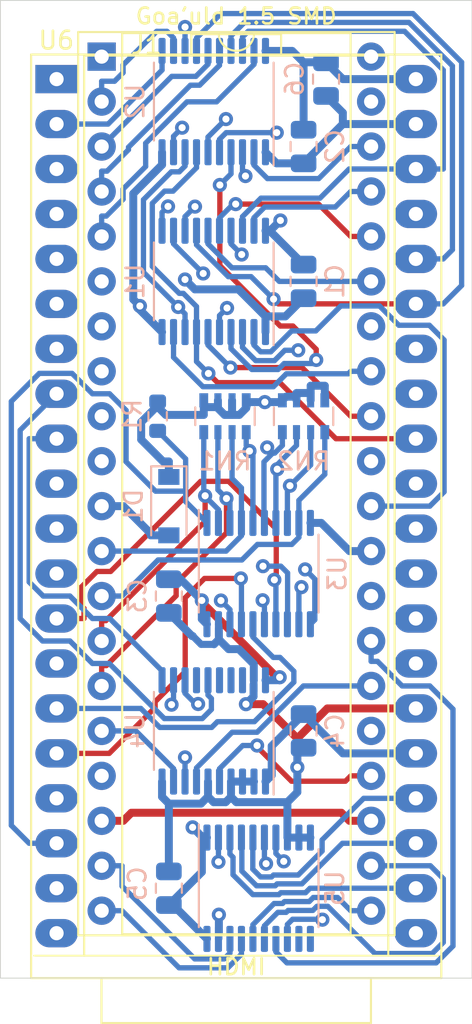
<source format=kicad_pcb>
(kicad_pcb (version 20211014) (generator pcbnew)
  (title_block (title "MSX-IDE 2021") (date "2021-08-05") (company "MSXmakers"))
  (layers (0 "F.Cu" signal "Top") (1 "In1.Cu" signal) (2 "In2.Cu" signal) (31 "B.Cu" signal "Bottom") (34 "B.Paste" user) (35 "F.Paste" user) (36 "B.SilkS" user "B.Silkscreen") (37 "F.SilkS" user "F.Silkscreen") (38 "B.Mask" user) (39 "F.Mask" user) (44 "Edge.Cuts" user))
  (net 0 "")
  (net 1 "VCC_3V3")
  (net 2 "GND")
  (net 3 "VCC_5V")
  (net 6 "MP0_33")
  (net 7 "A0")
  (net 8 "MP1_33")
  (net 9 "MP2_33")
  (net 10 "MP3_33")
  (net 11 "MERQ")
  (net 12 "IORQ")
  (net 13 "RD")
  (net 14 "WR")
  (net 15 "RESET")
  (net 16 "CLOCK")
  (net 17 "D0")
  (net 18 "D1")
  (net 19 "D2")
  (net 20 "D3")
  (net 21 "D4")
  (net 22 "D5")
  (net 23 "D6")
  (net 24 "D7")
  (net 25 "A1")
  (net 26 "A2")
  (net 27 "A3")
  (net 28 "A4")
  (net 29 "A5")
  (net 30 "A6")
  (net 31 "A7")
  (net 32 "A9")
  (net 33 "A15")
  (net 34 "A11")
  (net 35 "A10")
  (net 36 "A12")
  (net 37 "A8")
  (net 38 "A14")
  (net 39 "A13")
  (net 40 "DATADIR_33")
  (net 41 "M1")
  (net 42 "RFSH")
  (net 43 "MSEL0_33")
  (net 44 "MP4_33")
  (net 45 "MP5_33")
  (net 46 "MP6_33")
  (net 47 "WAIT")
  (net 48 "INT")
  (net 49 "MP7_33")
  (net 50 "MSEL1_33")
  (net 53 "WAIT_33")
  (net 55 "INT_33")
  (net 56 "RFSH_33")
  (net 57 "M1_33")
  (net 59 "VCC_4V7")
  (net 61 "CLOCK_33")
  (net 62 "RESET_33")
  (net 63 "WR_33")
  (net 64 "RD_33")
  (net 65 "IORQ_33")
  (net 66 "MERQ_33")
  (net 68 "D7_33")
  (net 69 "D6_33")
  (net 70 "D5_33")
  (net 71 "D4_33")
  (net 72 "D3_33")
  (net 73 "D2_33")
  (net 74 "D1_33")
  (net 75 "D0_33")
  (footprint "Mis_huellas:Tang_Nano_20k" (layer "F.Cu") (at 137.16 77.47)
    (fp_text reference "U6")
    (fp_text value "Tang_Nano_20k")
  )
  (footprint "Package_DIP:DIP-40_W15.24mm_Socket" (layer "F.Cu") (at 139.71 76.2)
    (fp_text reference "J1")
    (fp_text value "Z80CPU")
  )
  (footprint "Package_SO:TSSOP-20_4.4x6.5mm_P0.65mm" (layer "B.Cu") (at 146.05 88.9 90)
    (fp_text reference "U1")
    (fp_text value "74HC373PW")
  )
  (footprint "Package_SO:TSSOP-20_4.4x6.5mm_P0.65mm" (layer "B.Cu") (at 148.59 123.19 -90)
    (fp_text reference "U5")
    (fp_text value "SN74HC245PWR")
  )
  (footprint "Package_SO:TSSOP-20_4.4x6.5mm_P0.65mm" (layer "B.Cu") (at 148.59 105.41 -90)
    (fp_text reference "U3")
    (fp_text value "SN74LVC245APWR")
  )
  (footprint "Capacitor_SMD:C_0805_2012Metric" (layer "B.Cu") (at 151.13 114.3 -90)
    (fp_text reference "C4")
    (fp_text value "100n")
  )
  (footprint "Package_SO:TSSOP-20_4.4x6.5mm_P0.65mm" (layer "B.Cu") (at 146.05 114.3 90)
    (fp_text reference "U4")
    (fp_text value "SN74LVC245APWR")
  )
  (footprint "Capacitor_SMD:C_0805_2012Metric" (layer "B.Cu") (at 152.4 77.47 -90)
    (fp_text reference "C6")
    (fp_text value "100n")
  )
  (footprint "Resistor_SMD:R_Array_Convex_4x0603" (layer "B.Cu") (at 146.685 96.52 -90)
    (fp_text reference "RN1")
    (fp_text value "R_Pack04")
  )
  (footprint "Diode_SMD:D_SOD-123" (layer "B.Cu") (at 143.51 101.6 -90)
    (fp_text reference "D1")
    (fp_text value "MBR130T1G")
  )
  (footprint "Resistor_SMD:R_Array_Convex_4x0603" (layer "B.Cu") (at 151.13 96.52 -90)
    (fp_text reference "RN2")
    (fp_text value "R_Pack04")
  )
  (footprint "Capacitor_SMD:C_0805_2012Metric" (layer "B.Cu") (at 143.51 123.19 90)
    (fp_text reference "C5")
    (fp_text value "100n")
  )
  (footprint "Capacitor_SMD:C_0805_2012Metric" (layer "B.Cu") (at 143.51 106.68 -90)
    (fp_text reference "C3")
    (fp_text value "100n")
  )
  (footprint "Capacitor_SMD:C_0805_2012Metric" (layer "B.Cu") (at 151.13 88.9 -90)
    (fp_text reference "C1")
    (fp_text value "100n")
  )
  (footprint "Capacitor_SMD:C_0805_2012Metric" (layer "B.Cu") (at 151.13 81.28 -90)
    (fp_text reference "C2")
    (fp_text value "100n")
  )
  (footprint "Package_SO:TSSOP-20_4.4x6.5mm_P0.65mm" (layer "B.Cu") (at 146.05 78.74 90)
    (fp_text reference "U2")
    (fp_text value "74HC373PW")
  )
  (footprint "Resistor_SMD:R_0603_1608Metric" (layer "B.Cu") (at 142.875 96.52 -90)
    (fp_text reference "R1")
    (fp_text value "10K")
  )
  (gr_rect (start 133.985 73.025) (end 160.655 128.27) (layer "Edge.Cuts") (width 0.05) (fill none))
  (gr_text "Goa'uld 1.5 SMD" (at 147.32 73.914) (layer "F.SilkS") (effects (font (size 0.9 0.9))))
  (gr_text "HDMI" (at 147.32 127.635) (layer "F.SilkS") (effects (font (size 0.9 0.9))))
  (segment (start 145.3736 107.0244) (end 149.618 111.2688) (width 0.45) (layer "F.Cu") (net 1))
  (segment (start 149.618 111.2688) (end 149.7773 111.2688) (width 0.45) (layer "F.Cu") (net 1))
  (segment (start 145.3736 106.9286) (end 145.3736 107.0244) (width 0.45) (layer "F.Cu") (net 1))
  (via (at 145.3736 106.9286) (size 0.8) (drill 0.4) (layers "F.Cu" "B.Cu") (net 1))
  (via (at 149.7773 111.2688) (size 0.8) (drill 0.4) (layers "F.Cu" "B.Cu") (net 1))
  (segment (start 143.51 105.73) (end 144.175 105.73) (width 0.45) (layer "B.Cu") (net 1))
  (segment (start 157.48 115.57) (end 153.35 115.57) (width 0.45) (layer "B.Cu") (net 1))
  (segment (start 148.975 117.1625) (end 148.9751 117.1625) (width 0.45) (layer "B.Cu") (net 1))
  (segment (start 145.3736 107.9811) (end 145.3736 106.9286) (width 0.45) (layer "B.Cu") (net 1))
  (segment (start 149.326 115.154) (end 151.13 113.35) (width 0.45) (layer "B.Cu") (net 1))
  (segment (start 144.175 105.73) (end 145.3736 106.9286) (width 0.45) (layer "B.Cu") (net 1))
  (segment (start 148.9751 117.1625) (end 149.326 116.8116) (width 0.45) (layer "B.Cu") (net 1))
  (segment (start 149.326 116.8116) (end 149.326 115.154) (width 0.45) (layer "B.Cu") (net 1))
  (segment (start 153.35 115.57) (end 151.13 113.35) (width 0.45) (layer "B.Cu") (net 1))
  (segment (start 149.7773 111.2688) (end 149.6086 111.4375) (width 0.45) (layer "B.Cu") (net 1))
  (segment (start 145.665 108.2725) (end 145.3736 107.9811) (width 0.45) (layer "B.Cu") (net 1))
  (segment (start 149.6086 111.4375) (end 148.975 111.4375) (width 0.45) (layer "B.Cu") (net 1))
  (segment (start 147.8694 112.7898) (end 147.8694 112.7897) (width 0.45) (layer "F.Cu") (net 2))
  (segment (start 152.4732 113.03) (end 150.7774 114.7258) (width 0.45) (layer "F.Cu") (net 2))
  (segment (start 150.7774 114.7258) (end 148.8414 112.7898) (width 0.45) (layer "F.Cu") (net 2))
  (segment (start 157.48 113.03) (end 152.4732 113.03) (width 0.45) (layer "F.Cu") (net 2))
  (segment (start 150.7774 114.7258) (end 150.7774 116.3534) (width 0.45) (layer "F.Cu") (net 2))
  (segment (start 148.8414 112.7898) (end 147.8694 112.7898) (width 0.45) (layer "F.Cu") (net 2))
  (via (at 150.7774 116.3534) (size 0.8) (drill 0.4) (layers "F.Cu" "B.Cu") (net 2))
  (via (at 141.8727 90.291) (size 0.8) (drill 0.4) (layers "F.Cu" "B.Cu") (net 2))
  (via (at 144.4236 88.793) (size 0.8) (drill 0.4) (layers "F.Cu" "B.Cu") (net 2))
  (via (at 146.3394 124.6849) (size 0.8) (drill 0.4) (layers "F.Cu" "B.Cu") (net 2))
  (via (at 147.8694 112.7897) (size 0.8) (drill 0.4) (layers "F.Cu" "B.Cu") (net 2))
  (segment (start 147.3226 118.3261) (end 150.215 118.3261) (width 0.45) (layer "B.Cu") (net 2))
  (segment (start 150.865 120.3275) (end 150.215 120.3275) (width 0.45) (layer "B.Cu") (net 2))
  (segment (start 157.48 80.01) (end 153.35 80.01) (width 0.45) (layer "B.Cu") (net 2))
  (segment (start 145.3281 118.4104) (end 145.725 118.0135) (width 0.45) (layer "B.Cu") (net 2))
  (segment (start 148.3006 111.6823) (end 148.3006 112.3585) (width 0.45) (layer "B.Cu") (net 2))
  (segment (start 153.35 80.01) (end 151.13 82.23) (width 0.45) (layer "B.Cu") (net 2))
  (segment (start 148.3006 111.4619) (end 148.3128 111.4497) (width 0.4006) (layer "B.Cu") (net 2))
  (segment (start 145.3348 109.4108) (end 146.0597 109.4108) (width 0.4006) (layer "B.Cu") (net 2))
  (segment (start 143.125 81.6025) (end 143.125 82.3124) (width 0.45) (layer "B.Cu") (net 2))
  (segment (start 141.8727 90.5102) (end 143.125 91.7625) (width 0.45) (layer "B.Cu") (net 2))
  (segment (start 141.8727 90.291) (end 141.8727 90.5102) (width 0.45) (layer "B.Cu") (net 2))
  (segment (start 151.13 115.25) (end 150.7774 115.6026) (width 0.45) (layer "B.Cu") (net 2))
  (segment (start 147.025 118.0285) (end 147.3226 118.3261) (width 0.45) (layer "B.Cu") (net 2))
  (segment (start 148.3006 112.3585) (end 147.8694 112.7897) (width 0.45) (layer "B.Cu") (net 2))
  (segment (start 150.7774 115.6026) (end 150.7774 116.3534) (width 0.45) (layer "B.Cu") (net 2))
  (segment (start 148.3128 111.4497) (end 148.3128 111.4375) (width 0.45) (layer "B.Cu") (net 2))
  (segment (start 150.1019 90.8781) (end 148.975 90.8781) (width 0.45) (layer "B.Cu") (net 2))
  (segment (start 146.0597 109.4108) (end 146.0652 109.4053) (width 0.4006) (layer "B.Cu") (net 2))
  (segment (start 143.125 118.0254) (end 143.51 118.4104) (width 0.45) (layer "B.Cu") (net 2))
  (segment (start 154.95 104.14) (end 153.7249 104.14) (width 0.45) (layer "B.Cu") (net 2))
  (segment (start 141.4987 89.917) (end 141.8727 90.291) (width 0.45) (layer "B.Cu") (net 2))
  (segment (start 146.3394 108.5173) (end 146.3394 109.1311) (width 0.45) (layer "B.Cu") (net 2))
  (segment (start 152.4 78.42) (end 153.35 79.37) (width 0.45) (layer "B.Cu") (net 2))
  (segment (start 143.51 118.4104) (end 143.51 122.24) (width 0.45) (layer "B.Cu") (net 2))
  (segment (start 153.35 79.37) (end 153.35 80.01) (width 0.45) (layer "B.Cu") (net 2))
  (segment (start 146.3394 108.2969) (end 146.315 108.2725) (width 0.4006) (layer "B.Cu") (net 2))
  (segment (start 144.8634 108.9394) (end 145.3348 109.4108) (width 0.4006) (layer "B.Cu") (net 2))
  (segment (start 145.725 118.0135) (end 146.0392 118.3277) (width 0.45) (layer "B.Cu") (net 2))
  (segment (start 150.215 120.3275) (end 150.215 118.3261) (width 0.45) (layer "B.Cu") (net 2))
  (segment (start 149.6025 82.23) (end 151.13 82.23) (width 0.45) (layer "B.Cu") (net 2))
  (segment (start 147.675 117.1625) (end 148.325 117.1625) (width 0.45) (layer "B.Cu") (net 2))
  (segment (start 147.025 117.1625) (end 147.675 117.1625) (width 0.45) (layer "B.Cu") (net 2))
  (segment (start 145.725 118.0135) (end 145.725 117.1625) (width 0.45) (layer "B.Cu") (net 2))
  (segment (start 148.3006 111.6823) (end 148.3006 111.4619) (width 0.4006) (layer "B.Cu") (net 2))
  (segment (start 148.975 90.8781) (end 148.975 91.7625) (width 0.45) (layer "B.Cu") (net 2))
  (segment (start 148.3128 111.4375) (end 148.325 111.4375) (width 0.4006) (layer "B.Cu") (net 2))
  (segment (start 144.4236 88.793) (end 144.9816 89.351) (width 0.45) (layer "B.Cu") (net 2))
  (segment (start 141.4987 83.9387) (end 141.4987 89.917) (width 0.45) (layer "B.Cu") (net 2))
  (segment (start 146.3394 108.5173) (end 146.3394 108.2969) (width 0.4006) (layer "B.Cu") (net 2))
  (segment (start 146.3394 109.1311) (end 146.0652 109.4053) (width 0.45) (layer "B.Cu") (net 2))
  (segment (start 146.3394 125.8077) (end 146.3394 124.6849) (width 0.45) (layer "B.Cu") (net 2))
  (segment (start 152.1324 102.5475) (end 151.515 102.5475) (width 0.45) (layer "B.Cu") (net 2))
  (segment (start 151.13 89.85) (end 150.1019 90.8781) (width 0.45) (layer "B.Cu") (net 2))
  (segment (start 148.975 81.6025) (end 149.6025 82.23) (width 0.45) (layer "B.Cu") (net 2))
  (segment (start 147.025 118.0285) (end 147.025 117.1625) (width 0.45) (layer "B.Cu") (net 2))
  (segment (start 147.4668 109.6795) (end 146.8878 109.6795) (width 0.45) (layer "B.Cu") (net 2))
  (segment (start 143.51 118.4104) (end 145.3281 118.4104) (width 0.45) (layer "B.Cu") (net 2))
  (segment (start 146.3394 126.0281) (end 146.315 126.0525) (width 0.4006) (layer "B.Cu") (net 2))
  (segment (start 150.7774 117.7637) (end 150.7774 116.3534) (width 0.45) (layer "B.Cu") (net 2))
  (segment (start 148.3128 110.5255) (end 147.4668 109.6795) (width 0.45) (layer "B.Cu") (net 2))
  (segment (start 146.7258 118.3277) (end 147.025 118.0285) (width 0.45) (layer "B.Cu") (net 2))
  (segment (start 153.7249 104.14) (end 152.1324 102.5475) (width 0.45) (layer "B.Cu") (net 2))
  (segment (start 147.4479 89.351) (end 148.975 90.8781) (width 0.45) (layer "B.Cu") (net 2))
  (segment (start 150.215 118.3261) (end 150.7774 117.7637) (width 0.45) (layer "B.Cu") (net 2))
  (segment (start 148.3128 111.4375) (end 148.3128 110.5255) (width 0.45) (layer "B.Cu") (net 2))
  (segment (start 143.51 107.63) (end 144.8194 108.9394) (width 0.45) (layer "B.Cu") (net 2))
  (segment (start 144.9816 89.351) (end 147.4479 89.351) (width 0.45) (layer "B.Cu") (net 2))
  (segment (start 146.0392 118.3277) (end 146.7258 118.3277) (width 0.45) (layer "B.Cu") (net 2))
  (segment (start 146.3394 125.8077) (end 146.3394 126.0281) (width 0.4006) (layer "B.Cu") (net 2))
  (segment (start 143.125 82.3124) (end 141.4987 83.9387) (width 0.45) (layer "B.Cu") (net 2))
  (segment (start 151.515 120.3275) (end 150.865 120.3275) (width 0.45) (layer "B.Cu") (net 2))
  (segment (start 144.8194 108.9394) (end 144.8634 108.9394) (width 0.45) (layer "B.Cu") (net 2))
  (segment (start 146.8878 109.6795) (end 146.3394 109.1311) (width 0.45) (layer "B.Cu") (net 2))
  (segment (start 143.125 117.1625) (end 143.125 118.0254) (width 0.45) (layer "B.Cu") (net 2))
  (segment (start 141.3903 118.9248) (end 140.9351 119.38) (width 0.45) (layer "F.Cu") (net 3))
  (segment (start 153.2697 118.9248) (end 141.3903 118.9248) (width 0.45) (layer "F.Cu") (net 3))
  (segment (start 153.7249 119.38) (end 153.2697 118.9248) (width 0.45) (layer "F.Cu") (net 3))
  (segment (start 154.95 119.38) (end 153.7249 119.38) (width 0.45) (layer "F.Cu") (net 3))
  (segment (start 139.71 119.38) (end 140.9351 119.38) (width 0.45) (layer "F.Cu") (net 3))
  (segment (start 142.4849 103.1498) (end 142.4849 103.25) (width 0.45) (layer "B.Cu") (net 3))
  (segment (start 143.51 103.25) (end 142.4849 103.25) (width 0.45) (layer "B.Cu") (net 3))
  (segment (start 139.71 101.6) (end 140.9351 101.6) (width 0.45) (layer "B.Cu") (net 3))
  (segment (start 140.9351 101.6) (end 142.4849 103.1498) (width 0.45) (layer "B.Cu") (net 3))
  (via (at 150.827 92.7916) (size 0.8) (drill 0.4) (layers "F.Cu" "B.Cu") (net 6))
  (via (at 147.8423 82.9474) (size 0.8) (drill 0.4) (layers "F.Cu" "B.Cu") (net 6))
  (segment (start 148.4237 93.3789) (end 149.4827 93.3789) (width 0.3) (layer "B.Cu") (net 6))
  (segment (start 147.675 92.6302) (end 148.4237 93.3789) (width 0.3) (layer "B.Cu") (net 6))
  (segment (start 147.675 81.6025) (end 147.675 82.7801) (width 0.3) (layer "B.Cu") (net 6))
  (segment (start 147.675 82.7801) (end 147.8423 82.9474) (width 0.3) (layer "B.Cu") (net 6))
  (segment (start 147.675 91.7625) (end 147.675 92.6302) (width 0.3) (layer "B.Cu") (net 6))
  (segment (start 149.4827 93.3789) (end 150.07 92.7916) (width 0.3) (layer "B.Cu") (net 6))
  (segment (start 150.07 92.7916) (end 150.827 92.7916) (width 0.3) (layer "B.Cu") (net 6))
  (segment (start 158.2443 91.3786) (end 159.0758 92.2101) (width 0.3) (layer "B.Cu") (net 7))
  (segment (start 151.8221 91.6974) (end 153.232 90.2875) (width 0.3) (layer "B.Cu") (net 7))
  (segment (start 153.232 90.2875) (end 155.4241 90.2875) (width 0.3) (layer "B.Cu") (net 7))
  (segment (start 159.0758 92.2101) (end 159.0758 100.7942) (width 0.3) (layer "B.Cu") (net 7))
  (segment (start 155.4241 90.2875) (end 156.5152 91.3786) (width 0.3) (layer "B.Cu") (net 7))
  (segment (start 156.5152 91.3786) (end 158.2443 91.3786) (width 0.3) (layer "B.Cu") (net 7))
  (segment (start 149.2755 92.8788) (end 150.4569 91.6974) (width 0.3) (layer "B.Cu") (net 7))
  (segment (start 150.4569 91.6974) (end 151.8221 91.6974) (width 0.3) (layer "B.Cu") (net 7))
  (segment (start 159.0758 100.7942) (end 158.27 101.6) (width 0.3) (layer "B.Cu") (net 7))
  (segment (start 148.325 91.7625) (end 148.325 92.503) (width 0.3) (layer "B.Cu") (net 7))
  (segment (start 148.7008 92.8788) (end 149.2755 92.8788) (width 0.3) (layer "B.Cu") (net 7))
  (segment (start 148.325 92.503) (end 148.7008 92.8788) (width 0.3) (layer "B.Cu") (net 7))
  (segment (start 158.27 101.6) (end 154.95 101.6) (width 0.3) (layer "B.Cu") (net 7))
  (segment (start 149.8107 91.4215) (end 150.5282 91.4215) (width 0.3) (layer "F.Cu") (net 8))
  (segment (start 151.8447 92.738) (end 151.8447 93.3366) (width 0.3) (layer "F.Cu") (net 8))
  (segment (start 146.3943 83.4533) (end 146.3943 88.0051) (width 0.3) (layer "F.Cu") (net 8))
  (segment (start 150.5282 91.4215) (end 151.8447 92.738) (width 0.3) (layer "F.Cu") (net 8))
  (segment (start 146.3943 88.0051) (end 149.8107 91.4215) (width 0.3) (layer "F.Cu") (net 8))
  (via (at 151.8447 93.3366) (size 0.8) (drill 0.4) (layers "F.Cu" "B.Cu") (net 8))
  (via (at 146.3943 83.4533) (size 0.8) (drill 0.4) (layers "F.Cu" "B.Cu") (net 8))
  (segment (start 147.025 91.7625) (end 147.025 92.7017) (width 0.3) (layer "B.Cu") (net 8))
  (segment (start 150.0271 93.5417) (end 151.6396 93.5417) (width 0.3) (layer "B.Cu") (net 8))
  (segment (start 149.6898 93.879) (end 150.0271 93.5417) (width 0.3) (layer "B.Cu") (net 8))
  (segment (start 148.2023 93.879) (end 149.6898 93.879) (width 0.3) (layer "B.Cu") (net 8))
  (segment (start 147.025 82.8226) (end 146.3943 83.4533) (width 0.3) (layer "B.Cu") (net 8))
  (segment (start 151.6396 93.5417) (end 151.8447 93.3366) (width 0.3) (layer "B.Cu") (net 8))
  (segment (start 147.025 92.7017) (end 148.2023 93.879) (width 0.3) (layer "B.Cu") (net 8))
  (segment (start 147.025 81.6025) (end 147.025 82.8226) (width 0.3) (layer "B.Cu") (net 8))
  (segment (start 145.7482 94.1022) (end 146.2669 94.6209) (width 0.3) (layer "F.Cu") (net 9))
  (segment (start 149.7898 94.6209) (end 152.9589 97.79) (width 0.3) (layer "F.Cu") (net 9))
  (segment (start 146.2669 94.6209) (end 149.7898 94.6209) (width 0.3) (layer "F.Cu") (net 9))
  (segment (start 152.9589 97.79) (end 157.48 97.79) (width 0.3) (layer "F.Cu") (net 9))
  (via (at 145.7482 94.1022) (size 0.8) (drill 0.4) (layers "F.Cu" "B.Cu") (net 9))
  (segment (start 145.075 82.4764) (end 143.7511 83.8003) (width 0.3) (layer "B.Cu") (net 9))
  (segment (start 145.075 90.3222) (end 145.075 91.7625) (width 0.3) (layer "B.Cu") (net 9))
  (segment (start 142.5739 88.053) (end 144.0973 89.5764) (width 0.3) (layer "B.Cu") (net 9))
  (segment (start 143.2647 83.8003) (end 142.5739 84.4911) (width 0.3) (layer "B.Cu") (net 9))
  (segment (start 142.5739 84.4911) (end 142.5739 88.053) (width 0.3) (layer "B.Cu") (net 9))
  (segment (start 144.3292 89.5764) (end 145.075 90.3222) (width 0.3) (layer "B.Cu") (net 9))
  (segment (start 145.075 91.7625) (end 145.075 93.429) (width 0.3) (layer "B.Cu") (net 9))
  (segment (start 144.0973 89.5764) (end 144.3292 89.5764) (width 0.3) (layer "B.Cu") (net 9))
  (segment (start 145.075 81.6025) (end 145.075 82.4764) (width 0.3) (layer "B.Cu") (net 9))
  (segment (start 143.7511 83.8003) (end 143.2647 83.8003) (width 0.3) (layer "B.Cu") (net 9))
  (segment (start 145.075 93.429) (end 145.7482 94.1022) (width 0.3) (layer "B.Cu") (net 9))
  (via (at 144.0371 90.3451) (size 0.8) (drill 0.4) (layers "F.Cu" "B.Cu") (net 10))
  (segment (start 144.425 90.733) (end 144.425 91.7625) (width 0.3) (layer "B.Cu") (net 10))
  (segment (start 143.6487 82.7091) (end 142.0738 84.284) (width 0.3) (layer "B.Cu") (net 10))
  (segment (start 142.0738 88.3818) (end 144.0371 90.3451) (width 0.3) (layer "B.Cu") (net 10))
  (segment (start 142.0738 84.284) (end 142.0738 88.3818) (width 0.3) (layer "B.Cu") (net 10))
  (segment (start 144.425 82.3847) (end 144.1006 82.7091) (width 0.3) (layer "B.Cu") (net 10))
  (segment (start 144.1006 82.7091) (end 143.6487 82.7091) (width 0.3) (layer "B.Cu") (net 10))
  (segment (start 144.0371 90.3451) (end 144.425 90.733) (width 0.3) (layer "B.Cu") (net 10))
  (segment (start 144.425 81.6025) (end 144.425 82.3847) (width 0.3) (layer "B.Cu") (net 10))
  (segment (start 139.71 121.92) (end 140.8601 121.92) (width 0.3) (layer "B.Cu") (net 11))
  (segment (start 140.8601 123.0701) (end 140.8601 121.92) (width 0.3) (layer "B.Cu") (net 11))
  (segment (start 146.965 126.8556) (end 146.6378 127.1828) (width 0.3) (layer "B.Cu") (net 11))
  (segment (start 146.965 126.0525) (end 146.965 126.8556) (width 0.3) (layer "B.Cu") (net 11))
  (segment (start 144.9728 127.1828) (end 140.8601 123.0701) (width 0.3) (layer "B.Cu") (net 11))
  (segment (start 146.6378 127.1828) (end 144.9728 127.1828) (width 0.3) (layer "B.Cu") (net 11))
  (segment (start 147.615 126.0525) (end 147.615 126.9174) (width 0.3) (layer "B.Cu") (net 12))
  (segment (start 139.71 124.46) (end 140.8601 124.46) (width 0.3) (layer "B.Cu") (net 12))
  (segment (start 147.615 126.9174) (end 146.845 127.6874) (width 0.3) (layer "B.Cu") (net 12))
  (segment (start 144.0875 127.6874) (end 140.8601 124.46) (width 0.3) (layer "B.Cu") (net 12))
  (segment (start 146.845 127.6874) (end 144.0875 127.6874) (width 0.3) (layer "B.Cu") (net 12))
  (segment (start 151.6791 123.7125) (end 153.0524 123.7125) (width 0.3) (layer "B.Cu") (net 13))
  (segment (start 150.0487 123.9434) (end 151.4482 123.9434) (width 0.3) (layer "B.Cu") (net 13))
  (segment (start 153.0524 123.7125) (end 153.7999 124.46) (width 0.3) (layer "B.Cu") (net 13))
  (segment (start 148.265 126.0525) (end 148.265 125.2486) (width 0.3) (layer "B.Cu") (net 13))
  (segment (start 151.4482 123.9434) (end 151.6791 123.7125) (width 0.3) (layer "B.Cu") (net 13))
  (segment (start 149.9399 124.0522) (end 150.0487 123.9434) (width 0.3) (layer "B.Cu") (net 13))
  (segment (start 154.95 124.46) (end 153.7999 124.46) (width 0.3) (layer "B.Cu") (net 13))
  (segment (start 148.265 125.2486) (end 149.4614 124.0522) (width 0.3) (layer "B.Cu") (net 13))
  (segment (start 149.4614 124.0522) (end 149.9399 124.0522) (width 0.3) (layer "B.Cu") (net 13))
  (segment (start 158.3026 121.92) (end 154.95 121.92) (width 0.3) (layer "B.Cu") (net 14))
  (segment (start 159.0325 126.2505) (end 159.0325 122.6499) (width 0.3) (layer "B.Cu") (net 14))
  (segment (start 148.915 125.3141) (end 149.6768 124.5523) (width 0.3) (layer "B.Cu") (net 14))
  (segment (start 150.147 124.5523) (end 150.2558 124.4435) (width 0.3) (layer "B.Cu") (net 14))
  (segment (start 151.6553 124.4435) (end 151.8862 124.2126) (width 0.3) (layer "B.Cu") (net 14))
  (segment (start 149.6768 124.5523) (end 150.147 124.5523) (width 0.3) (layer "B.Cu") (net 14))
  (segment (start 155.1693 126.8806) (end 158.4024 126.8806) (width 0.3) (layer "B.Cu") (net 14))
  (segment (start 148.915 126.0525) (end 148.915 125.3141) (width 0.3) (layer "B.Cu") (net 14))
  (segment (start 159.0325 122.6499) (end 158.3026 121.92) (width 0.3) (layer "B.Cu") (net 14))
  (segment (start 151.8862 124.2126) (end 152.5013 124.2126) (width 0.3) (layer "B.Cu") (net 14))
  (segment (start 158.4024 126.8806) (end 159.0325 126.2505) (width 0.3) (layer "B.Cu") (net 14))
  (segment (start 152.5013 124.2126) (end 155.1693 126.8806) (width 0.3) (layer "B.Cu") (net 14))
  (segment (start 150.2558 124.4435) (end 151.6553 124.4435) (width 0.3) (layer "B.Cu") (net 14))
  (segment (start 154.95 111.76) (end 153.7999 111.76) (width 0.3) (layer "B.Cu") (net 15))
  (segment (start 145.075 116.3905) (end 145.075 117.1625) (width 0.3) (layer "B.Cu") (net 15))
  (segment (start 151.1188 111.76) (end 148.5034 114.3754) (width 0.3) (layer "B.Cu") (net 15))
  (segment (start 147.0901 114.3754) (end 145.075 116.3905) (width 0.3) (layer "B.Cu") (net 15))
  (segment (start 153.7999 111.76) (end 151.1188 111.76) (width 0.3) (layer "B.Cu") (net 15))
  (segment (start 148.5034 114.3754) (end 147.0901 114.3754) (width 0.3) (layer "B.Cu") (net 15))
  (via (at 144.425 115.7973) (size 0.8) (drill 0.4) (layers "F.Cu" "B.Cu") (net 16))
  (segment (start 144.425 117.1625) (end 144.425 115.7973) (width 0.3) (layer "B.Cu") (net 16))
  (segment (start 145.5619 101.0142) (end 145.5619 102.4563) (width 0.3) (layer "F.Cu") (net 17))
  (segment (start 145.5619 102.4563) (end 139.9483 108.0699) (width 0.3) (layer "F.Cu") (net 17))
  (segment (start 139.71 109.22) (end 139.71 108.0699) (width 0.3) (layer "F.Cu") (net 17))
  (segment (start 139.9483 108.0699) (end 139.71 108.0699) (width 0.3) (layer "F.Cu") (net 17))
  (via (at 145.5619 101.0142) (size 0.8) (drill 0.4) (layers "F.Cu" "B.Cu") (net 17))
  (segment (start 145.5619 101.0453) (end 145.5619 101.0142) (width 0.3) (layer "B.Cu") (net 17))
  (segment (start 145.485 100.9373) (end 145.485 97.42) (width 0.3) (layer "B.Cu") (net 17))
  (segment (start 145.5619 101.0142) (end 145.485 100.9373) (width 0.3) (layer "B.Cu") (net 17))
  (segment (start 146.315 101.7984) (end 145.5619 101.0453) (width 0.3) (layer "B.Cu") (net 17))
  (segment (start 146.315 102.5475) (end 146.315 101.7984) (width 0.3) (layer "B.Cu") (net 17))
  (segment (start 146.7684 101.1666) (end 146.7684 103.1102) (width 0.3) (layer "F.Cu") (net 18))
  (segment (start 139.9759 110.6099) (end 139.71 110.6099) (width 0.3) (layer "F.Cu") (net 18))
  (segment (start 143.9217 105.9569) (end 143.9217 106.6641) (width 0.3) (layer "F.Cu") (net 18))
  (segment (start 143.9217 106.6641) (end 139.9759 110.6099) (width 0.3) (layer "F.Cu") (net 18))
  (segment (start 146.7684 103.1102) (end 143.9217 105.9569) (width 0.3) (layer "F.Cu") (net 18))
  (segment (start 139.71 111.76) (end 139.71 110.6099) (width 0.3) (layer "F.Cu") (net 18))
  (via (at 146.7684 101.1666) (size 0.8) (drill 0.4) (layers "F.Cu" "B.Cu") (net 18))
  (segment (start 146.965 101.3632) (end 146.7684 101.1666) (width 0.3) (layer "B.Cu") (net 18))
  (segment (start 146.7684 101.1599) (end 146.285 100.6765) (width 0.3) (layer "B.Cu") (net 18))
  (segment (start 146.285 100.6765) (end 146.285 97.42) (width 0.3) (layer "B.Cu") (net 18))
  (segment (start 146.965 102.5475) (end 146.965 101.3632) (width 0.3) (layer "B.Cu") (net 18))
  (segment (start 146.7684 101.1666) (end 146.7684 101.1599) (width 0.3) (layer "B.Cu") (net 18))
  (segment (start 147.085 100.0376) (end 147.085 97.42) (width 0.3) (layer "B.Cu") (net 19))
  (segment (start 147.615 103.2748) (end 147.615 102.5475) (width 0.3) (layer "B.Cu") (net 19))
  (segment (start 147.615 100.5676) (end 147.085 100.0376) (width 0.3) (layer "B.Cu") (net 19))
  (segment (start 146.7498 104.14) (end 147.615 103.2748) (width 0.3) (layer "B.Cu") (net 19))
  (segment (start 147.615 102.5475) (end 147.615 100.5676) (width 0.3) (layer "B.Cu") (net 19))
  (segment (start 140.8601 104.14) (end 146.7498 104.14) (width 0.3) (layer "B.Cu") (net 19))
  (segment (start 139.71 104.14) (end 140.8601 104.14) (width 0.3) (layer "B.Cu") (net 19))
  (via (at 148.0698 98.4869) (size 0.8) (drill 0.4) (layers "F.Cu" "B.Cu") (net 20))
  (segment (start 148.0698 98.4869) (end 148.265 98.6821) (width 0.3) (layer "B.Cu") (net 20))
  (segment (start 147.885 98.1701) (end 148.0698 98.3549) (width 0.3) (layer "B.Cu") (net 20))
  (segment (start 148.0698 98.3549) (end 148.0698 98.4869) (width 0.3) (layer "B.Cu") (net 20))
  (segment (start 147.885 97.42) (end 147.885 98.1701) (width 0.3) (layer "B.Cu") (net 20))
  (segment (start 148.265 98.6821) (end 148.265 102.5475) (width 0.3) (layer "B.Cu") (net 20))
  (via (at 149.07 98.2843) (size 0.8) (drill 0.4) (layers "F.Cu" "B.Cu") (net 21))
  (segment (start 149.4993 98.6008) (end 149.3865 98.6008) (width 0.3) (layer "B.Cu") (net 21))
  (segment (start 149.3865 98.6008) (end 149.07 98.2843) (width 0.3) (layer "B.Cu") (net 21))
  (segment (start 148.8897 99.0976) (end 148.8897 102.5222) (width 0.3) (layer "B.Cu") (net 21))
  (segment (start 149.93 98.1701) (end 149.4993 98.6008) (width 0.3) (layer "B.Cu") (net 21))
  (segment (start 148.8897 102.5222) (end 148.915 102.5475) (width 0.3) (layer "B.Cu") (net 21))
  (segment (start 149.93 97.42) (end 149.93 98.1701) (width 0.3) (layer "B.Cu") (net 21))
  (segment (start 149.3865 98.6008) (end 148.8897 99.0976) (width 0.3) (layer "B.Cu") (net 21))
  (via (at 149.6398 99.5122) (size 0.8) (drill 0.4) (layers "F.Cu" "B.Cu") (net 22))
  (segment (start 150.73 97.42) (end 150.73 98.1701) (width 0.3) (layer "B.Cu") (net 22))
  (segment (start 150.73 98.1701) (end 149.6398 99.2603) (width 0.3) (layer "B.Cu") (net 22))
  (segment (start 149.565 99.587) (end 149.565 102.5475) (width 0.3) (layer "B.Cu") (net 22))
  (segment (start 149.6398 99.5122) (end 149.565 99.587) (width 0.3) (layer "B.Cu") (net 22))
  (segment (start 149.6398 99.2603) (end 149.6398 99.5122) (width 0.3) (layer "B.Cu") (net 22))
  (via (at 150.3589 100.4463) (size 0.8) (drill 0.4) (layers "F.Cu" "B.Cu") (net 23))
  (segment (start 150.215 102.5475) (end 150.215 100.5902) (width 0.3) (layer "B.Cu") (net 23))
  (segment (start 151.53 97.42) (end 151.53 99.2752) (width 0.3) (layer "B.Cu") (net 23))
  (segment (start 150.215 100.5902) (end 150.3589 100.4463) (width 0.3) (layer "B.Cu") (net 23))
  (segment (start 151.53 99.2752) (end 150.3589 100.4463) (width 0.3) (layer "B.Cu") (net 23))
  (segment (start 150.865 102.5475) (end 150.865 103.3636) (width 0.3) (layer "B.Cu") (net 24))
  (segment (start 152.33 97.42) (end 152.33 99.8063) (width 0.3) (layer "B.Cu") (net 24))
  (segment (start 148.5215 103.7619) (end 147.6432 104.6402) (width 0.3) (layer "B.Cu") (net 24))
  (segment (start 150.865 103.3636) (end 150.4667 103.7619) (width 0.3) (layer "B.Cu") (net 24))
  (segment (start 139.71 106.68) (end 140.8601 106.68) (width 0.3) (layer "B.Cu") (net 24))
  (segment (start 147.6432 104.6402) (end 142.8999 104.6402) (width 0.3) (layer "B.Cu") (net 24))
  (segment (start 150.4667 103.7619) (end 148.5215 103.7619) (width 0.3) (layer "B.Cu") (net 24))
  (segment (start 142.8999 104.6402) (end 140.8601 106.68) (width 0.3) (layer "B.Cu") (net 24))
  (segment (start 152.33 99.8063) (end 150.865 101.2713) (width 0.3) (layer "B.Cu") (net 24))
  (segment (start 150.865 101.2713) (end 150.865 102.5475) (width 0.3) (layer "B.Cu") (net 24))
  (via (at 146.8007 90.4038) (size 0.8) (drill 0.4) (layers "F.Cu" "B.Cu") (net 25))
  (segment (start 146.375 91.7625) (end 146.375 90.8295) (width 0.3) (layer "B.Cu") (net 25))
  (segment (start 146.375 90.8295) (end 146.8007 90.4038) (width 0.3) (layer "B.Cu") (net 25))
  (segment (start 146.9929 93.7707) (end 151.0506 93.7707) (width 0.3) (layer "F.Cu") (net 26))
  (segment (start 151.0506 93.7707) (end 153.7999 96.52) (width 0.3) (layer "F.Cu") (net 26))
  (segment (start 154.95 96.52) (end 153.7999 96.52) (width 0.3) (layer "F.Cu") (net 26))
  (via (at 146.9929 93.7707) (size 0.8) (drill 0.4) (layers "F.Cu" "B.Cu") (net 26))
  (segment (start 145.725 92.5028) (end 146.9929 93.7707) (width 0.3) (layer "B.Cu") (net 26))
  (segment (start 145.725 91.7625) (end 145.725 92.5028) (width 0.3) (layer "B.Cu") (net 26))
  (segment (start 143.775 93.1897) (end 145.4376 94.8523) (width 0.3) (layer "B.Cu") (net 27))
  (segment (start 154.95 93.98) (end 153.7999 93.98) (width 0.3) (layer "B.Cu") (net 27))
  (segment (start 153.6599 94.12) (end 153.7999 93.98) (width 0.3) (layer "B.Cu") (net 27))
  (segment (start 149.4239 94.8523) (end 150.1562 94.12) (width 0.3) (layer "B.Cu") (net 27))
  (segment (start 145.4376 94.8523) (end 149.4239 94.8523) (width 0.3) (layer "B.Cu") (net 27))
  (segment (start 150.1562 94.12) (end 153.6599 94.12) (width 0.3) (layer "B.Cu") (net 27))
  (segment (start 143.775 91.7625) (end 143.775 93.1897) (width 0.3) (layer "B.Cu") (net 27))
  (via (at 145.4515 88.4525) (size 0.8) (drill 0.4) (layers "F.Cu" "B.Cu") (net 28))
  (segment (start 143.775 86.0375) (end 143.775 86.776) (width 0.3) (layer "B.Cu") (net 28))
  (segment (start 143.775 86.776) (end 145.4515 88.4525) (width 0.3) (layer "B.Cu") (net 28))
  (segment (start 147.0781 88.1319) (end 145.725 86.7788) (width 0.3) (layer "B.Cu") (net 29))
  (segment (start 148.9865 88.1319) (end 147.0781 88.1319) (width 0.3) (layer "B.Cu") (net 29))
  (segment (start 154.95 88.9) (end 153.7999 88.9) (width 0.3) (layer "B.Cu") (net 29))
  (segment (start 145.725 86.7788) (end 145.725 86.0375) (width 0.3) (layer "B.Cu") (net 29))
  (segment (start 149.7546 88.9) (end 148.9865 88.1319) (width 0.3) (layer "B.Cu") (net 29))
  (segment (start 153.7999 88.9) (end 149.7546 88.9) (width 0.3) (layer "B.Cu") (net 29))
  (segment (start 147.2891 84.5328) (end 151.9727 84.5328) (width 0.3) (layer "F.Cu") (net 30))
  (segment (start 151.9727 84.5328) (end 153.7999 86.36) (width 0.3) (layer "F.Cu") (net 30))
  (segment (start 154.95 86.36) (end 153.7999 86.36) (width 0.3) (layer "F.Cu") (net 30))
  (via (at 147.2891 84.5328) (size 0.8) (drill 0.4) (layers "F.Cu" "B.Cu") (net 30))
  (segment (start 146.375 85.3084) (end 147.1506 84.5328) (width 0.3) (layer "B.Cu") (net 30))
  (segment (start 146.375 86.0375) (end 146.375 85.3084) (width 0.3) (layer "B.Cu") (net 30))
  (segment (start 147.1506 84.5328) (end 147.2891 84.5328) (width 0.3) (layer "B.Cu") (net 30))
  (segment (start 148.325 85.3026) (end 148.325 86.0375) (width 0.3) (layer "B.Cu") (net 31))
  (segment (start 154.95 83.82) (end 153.7999 83.82) (width 0.3) (layer "B.Cu") (net 31))
  (segment (start 152.9224 84.6975) (end 148.9301 84.6975) (width 0.3) (layer "B.Cu") (net 31))
  (segment (start 148.9301 84.6975) (end 148.325 85.3026) (width 0.3) (layer "B.Cu") (net 31))
  (segment (start 153.7999 83.82) (end 152.9224 84.6975) (width 0.3) (layer "B.Cu") (net 31))
  (via (at 149.6121 80.4966) (size 0.8) (drill 0.4) (layers "F.Cu" "B.Cu") (net 32))
  (segment (start 146.375 81.6025) (end 146.375 80.8725) (width 0.3) (layer "B.Cu") (net 32))
  (segment (start 146.375 80.8725) (end 146.7509 80.4966) (width 0.3) (layer "B.Cu") (net 32))
  (segment (start 146.7509 80.4966) (end 149.6121 80.4966) (width 0.3) (layer "B.Cu") (net 32))
  (segment (start 140.9236 83.6822) (end 140.9236 84.2592) (width 0.3) (layer "B.Cu") (net 33))
  (segment (start 146.2111 78.7541) (end 144.5346 78.7541) (width 0.3) (layer "B.Cu") (net 33))
  (segment (start 140.9236 84.2592) (end 139.9729 85.2099) (width 0.3) (layer "B.Cu") (net 33))
  (segment (start 139.9729 85.2099) (end 139.71 85.2099) (width 0.3) (layer "B.Cu") (net 33))
  (segment (start 144.5346 78.7541) (end 142.1988 81.0899) (width 0.3) (layer "B.Cu") (net 33))
  (segment (start 139.71 86.36) (end 139.71 85.2099) (width 0.3) (layer "B.Cu") (net 33))
  (segment (start 142.1988 81.0899) (end 142.1988 82.407) (width 0.3) (layer "B.Cu") (net 33))
  (segment (start 148.325 76.6402) (end 146.2111 78.7541) (width 0.3) (layer "B.Cu") (net 33))
  (segment (start 148.325 75.8775) (end 148.325 76.6402) (width 0.3) (layer "B.Cu") (net 33))
  (segment (start 142.1988 82.407) (end 140.9236 83.6822) (width 0.3) (layer "B.Cu") (net 33))
  (via (at 144.2603 80.2145) (size 0.8) (drill 0.4) (layers "F.Cu" "B.Cu") (net 34))
  (segment (start 143.775 80.6998) (end 144.2603 80.2145) (width 0.3) (layer "B.Cu") (net 34))
  (segment (start 143.775 81.6025) (end 143.775 80.6998) (width 0.3) (layer "B.Cu") (net 34))
  (via (at 146.7385 79.7284) (size 0.8) (drill 0.4) (layers "F.Cu" "B.Cu") (net 35))
  (segment (start 145.725 80.7419) (end 145.725 81.6025) (width 0.3) (layer "B.Cu") (net 35))
  (segment (start 146.7385 79.7284) (end 145.725 80.7419) (width 0.3) (layer "B.Cu") (net 35))
  (segment (start 140.9226 77.1065) (end 140.4392 77.5899) (width 0.3) (layer "B.Cu") (net 36))
  (segment (start 143.775 75.8775) (end 143.775 75.1415) (width 0.3) (layer "B.Cu") (net 36))
  (segment (start 143.775 75.1415) (end 143.4038 74.7703) (width 0.3) (layer "B.Cu") (net 36))
  (segment (start 139.71 78.74) (end 139.71 77.5899) (width 0.3) (layer "B.Cu") (net 36))
  (segment (start 140.9226 76.6704) (end 140.9226 77.1065) (width 0.3) (layer "B.Cu") (net 36))
  (segment (start 142.8227 74.7703) (end 140.9226 76.6704) (width 0.3) (layer "B.Cu") (net 36))
  (segment (start 140.4392 77.5899) (end 139.71 77.5899) (width 0.3) (layer "B.Cu") (net 36))
  (segment (start 143.4038 74.7703) (end 142.8227 74.7703) (width 0.3) (layer "B.Cu") (net 36))
  (segment (start 151.9886 83.0913) (end 149.0847 83.0913) (width 0.3) (layer "B.Cu") (net 37))
  (segment (start 149.0847 83.0913) (end 148.325 82.3316) (width 0.3) (layer "B.Cu") (net 37))
  (segment (start 153.7999 81.28) (end 151.9886 83.0913) (width 0.3) (layer "B.Cu") (net 37))
  (segment (start 148.325 82.3316) (end 148.325 81.6025) (width 0.3) (layer "B.Cu") (net 37))
  (segment (start 154.95 81.28) (end 153.7999 81.28) (width 0.3) (layer "B.Cu") (net 37))
  (segment (start 146.375 76.6895) (end 145.25 77.8145) (width 0.3) (layer "B.Cu") (net 38))
  (segment (start 140.016 82.6699) (end 139.71 82.6699) (width 0.3) (layer "B.Cu") (net 38))
  (segment (start 141.2265 81.4594) (end 140.016 82.6699) (width 0.3) (layer "B.Cu") (net 38))
  (segment (start 141.2265 81.3183) (end 141.2265 81.4594) (width 0.3) (layer "B.Cu") (net 38))
  (segment (start 145.25 77.8145) (end 144.7303 77.8145) (width 0.3) (layer "B.Cu") (net 38))
  (segment (start 139.71 83.82) (end 139.71 82.6699) (width 0.3) (layer "B.Cu") (net 38))
  (segment (start 144.7303 77.8145) (end 141.2265 81.3183) (width 0.3) (layer "B.Cu") (net 38))
  (segment (start 146.375 75.8775) (end 146.375 76.6895) (width 0.3) (layer "B.Cu") (net 38))
  (segment (start 145.725 76.63) (end 145.0406 77.3144) (width 0.3) (layer "B.Cu") (net 39))
  (segment (start 145.725 75.8775) (end 145.725 76.63) (width 0.3) (layer "B.Cu") (net 39))
  (segment (start 143.6756 77.3144) (end 139.71 81.28) (width 0.3) (layer "B.Cu") (net 39))
  (segment (start 145.0406 77.3144) (end 143.6756 77.3144) (width 0.3) (layer "B.Cu") (net 39))
  (segment (start 141.0898 96.1837) (end 140.1561 95.25) (width 0.3) (layer "B.Cu") (net 40))
  (segment (start 134.6001 119.6402) (end 135.6099 120.65) (width 0.3) (layer "B.Cu") (net 40))
  (segment (start 139.1866 95.25) (end 138.0338 94.0972) (width 0.3) (layer "B.Cu") (net 40))
  (segment (start 138.0338 94.0972) (end 136.1846 94.0972) (width 0.3) (layer "B.Cu") (net 40))
  (segment (start 142.7541 100.7531) (end 141.0898 99.0888) (width 0.3) (layer "B.Cu") (net 40))
  (segment (start 140.1561 95.25) (end 139.1866 95.25) (width 0.3) (layer "B.Cu") (net 40))
  (segment (start 144.4602 100.7531) (end 142.7541 100.7531) (width 0.3) (layer "B.Cu") (net 40))
  (segment (start 144.4602 101.3427) (end 145.665 102.5475) (width 0.3) (layer "B.Cu") (net 40))
  (segment (start 144.4602 98.9302) (end 144.4602 100.7531) (width 0.3) (layer "B.Cu") (net 40))
  (segment (start 142.875 97.345) (end 144.4602 98.9302) (width 0.3) (layer "B.Cu") (net 40))
  (segment (start 141.0898 99.0888) (end 141.0898 96.1837) (width 0.3) (layer "B.Cu") (net 40))
  (segment (start 134.6001 95.6817) (end 134.6001 119.6402) (width 0.3) (layer "B.Cu") (net 40))
  (segment (start 144.4602 100.7531) (end 144.4602 101.3427) (width 0.3) (layer "B.Cu") (net 40))
  (segment (start 136.1846 94.0972) (end 134.6001 95.6817) (width 0.3) (layer "B.Cu") (net 40))
  (segment (start 137.16 120.65) (end 135.6099 120.65) (width 0.3) (layer "B.Cu") (net 40))
  (segment (start 158.6294 127.4066) (end 159.58 126.456) (width 0.3) (layer "B.Cu") (net 41))
  (segment (start 149.565 126.7853) (end 150.1863 127.4066) (width 0.3) (layer "B.Cu") (net 41))
  (segment (start 156.7032 111.76) (end 155.3133 110.3701) (width 0.3) (layer "B.Cu") (net 41))
  (segment (start 150.1863 127.4066) (end 158.6294 127.4066) (width 0.3) (layer "B.Cu") (net 41))
  (segment (start 158.27 111.76) (end 156.7032 111.76) (width 0.3) (layer "B.Cu") (net 41))
  (segment (start 149.565 126.0525) (end 149.565 126.7853) (width 0.3) (layer "B.Cu") (net 41))
  (segment (start 154.95 109.22) (end 154.95 110.3701) (width 0.3) (layer "B.Cu") (net 41))
  (segment (start 155.3133 110.3701) (end 154.95 110.3701) (width 0.3) (layer "B.Cu") (net 41))
  (segment (start 159.58 113.07) (end 158.27 111.76) (width 0.3) (layer "B.Cu") (net 41))
  (segment (start 159.58 126.456) (end 159.58 113.07) (width 0.3) (layer "B.Cu") (net 41))
  (via (at 152.1938 124.9659) (size 0.8) (drill 0.4) (layers "F.Cu" "B.Cu") (net 42))
  (segment (start 150.215 125.2364) (end 150.5078 124.9436) (width 0.3) (layer "B.Cu") (net 42))
  (segment (start 150.215 126.0525) (end 150.215 125.2364) (width 0.3) (layer "B.Cu") (net 42))
  (segment (start 150.5078 124.9436) (end 152.1715 124.9436) (width 0.3) (layer "B.Cu") (net 42))
  (segment (start 152.1715 124.9436) (end 152.1938 124.9659) (width 0.3) (layer "B.Cu") (net 42))
  (via (at 143.4627 84.663) (size 0.8) (drill 0.4) (layers "F.Cu" "B.Cu") (net 43))
  (segment (start 143.125 86.0375) (end 143.125 85.0007) (width 0.3) (layer "B.Cu") (net 43))
  (segment (start 143.125 85.0007) (end 143.4627 84.663) (width 0.3) (layer "B.Cu") (net 43))
  (via (at 144.9879 84.674) (size 0.8) (drill 0.4) (layers "F.Cu" "B.Cu") (net 44))
  (via (at 144.426 74.5261) (size 0.8) (drill 0.4) (layers "F.Cu" "B.Cu") (net 44))
  (segment (start 144.425 75.8775) (end 144.426 75.8765) (width 0.3) (layer "B.Cu") (net 44))
  (segment (start 144.425 86.0375) (end 144.425 85.2369) (width 0.3) (layer "B.Cu") (net 44))
  (segment (start 144.426 75.8765) (end 144.426 74.5261) (width 0.3) (layer "B.Cu") (net 44))
  (segment (start 144.425 85.2369) (end 144.9879 84.674) (width 0.3) (layer "B.Cu") (net 44))
  (segment (start 149.7003 90.17) (end 149.4324 89.9021) (width 0.3) (layer "F.Cu") (net 45))
  (segment (start 157.48 90.17) (end 149.7003 90.17) (width 0.3) (layer "F.Cu") (net 45))
  (via (at 149.4324 89.9021) (size 0.8) (drill 0.4) (layers "F.Cu" "B.Cu") (net 45))
  (segment (start 145.075 86.8362) (end 145.075 86.0375) (width 0.3) (layer "B.Cu") (net 45))
  (segment (start 149.4324 89.9021) (end 148.1623 88.632) (width 0.3) (layer "B.Cu") (net 45))
  (segment (start 160.0692 89.1309) (end 159.0301 90.17) (width 0.3) (layer "B.Cu") (net 45))
  (segment (start 148.1623 88.632) (end 146.8708 88.632) (width 0.3) (layer "B.Cu") (net 45))
  (segment (start 160.0692 76.5151) (end 160.0692 89.1309) (width 0.3) (layer "B.Cu") (net 45))
  (segment (start 146.4576 73.7669) (end 157.321 73.7669) (width 0.3) (layer "B.Cu") (net 45))
  (segment (start 157.48 90.17) (end 159.0301 90.17) (width 0.3) (layer "B.Cu") (net 45))
  (segment (start 145.075 75.8775) (end 145.075 75.1495) (width 0.3) (layer "B.Cu") (net 45))
  (segment (start 146.8708 88.632) (end 145.075 86.8362) (width 0.3) (layer "B.Cu") (net 45))
  (segment (start 157.321 73.7669) (end 160.0692 76.5151) (width 0.3) (layer "B.Cu") (net 45))
  (segment (start 145.075 75.1495) (end 146.4576 73.7669) (width 0.3) (layer "B.Cu") (net 45))
  (via (at 147.6281 87.3817) (size 0.8) (drill 0.4) (layers "F.Cu" "B.Cu") (net 46))
  (segment (start 147.025 86.0375) (end 147.025 86.7786) (width 0.3) (layer "B.Cu") (net 46))
  (segment (start 157.48 87.63) (end 159.0301 87.63) (width 0.3) (layer "B.Cu") (net 46))
  (segment (start 159.5478 87.1123) (end 159.0301 87.63) (width 0.3) (layer "B.Cu") (net 46))
  (segment (start 159.5478 76.7243) (end 159.5478 87.1123) (width 0.3) (layer "B.Cu") (net 46))
  (segment (start 147.025 75.8775) (end 147.025 75.0274) (width 0.3) (layer "B.Cu") (net 46))
  (segment (start 147.025 75.0274) (end 147.7853 74.2671) (width 0.3) (layer "B.Cu") (net 46))
  (segment (start 147.7853 74.2671) (end 157.0906 74.2671) (width 0.3) (layer "B.Cu") (net 46))
  (segment (start 157.0906 74.2671) (end 159.5478 76.7243) (width 0.3) (layer "B.Cu") (net 46))
  (segment (start 147.025 86.7786) (end 147.6281 87.3817) (width 0.3) (layer "B.Cu") (net 46))
  (segment (start 148.5009 115.1972) (end 150.447 117.1433) (width 0.3) (layer "F.Cu") (net 47))
  (segment (start 148.5009 115.1255) (end 148.5009 115.1972) (width 0.3) (layer "F.Cu") (net 47))
  (segment (start 150.447 117.1433) (end 153.4966 117.1433) (width 0.3) (layer "F.Cu") (net 47))
  (segment (start 154.95 116.84) (end 153.7999 116.84) (width 0.3) (layer "F.Cu") (net 47))
  (segment (start 153.4966 117.1433) (end 153.7999 116.84) (width 0.3) (layer "F.Cu") (net 47))
  (via (at 148.5009 115.1255) (size 0.8) (drill 0.4) (layers "F.Cu" "B.Cu") (net 47))
  (segment (start 147.6874 115.1255) (end 148.5009 115.1255) (width 0.3) (layer "B.Cu") (net 47))
  (segment (start 146.375 116.4379) (end 147.6874 115.1255) (width 0.3) (layer "B.Cu") (net 47))
  (segment (start 146.375 117.1625) (end 146.375 116.4379) (width 0.3) (layer "B.Cu") (net 47))
  (segment (start 141.6426 114.3) (end 139.71 114.3) (width 0.3) (layer "B.Cu") (net 48))
  (segment (start 143.775 117.1625) (end 143.775 116.4324) (width 0.3) (layer "B.Cu") (net 48))
  (segment (start 143.775 116.4324) (end 141.6426 114.3) (width 0.3) (layer "B.Cu") (net 48))
  (segment (start 157.48 82.55) (end 153.7065 82.55) (width 0.3) (layer "B.Cu") (net 49))
  (segment (start 152.0591 84.1974) (end 148.7168 84.1974) (width 0.3) (layer "B.Cu") (net 49))
  (segment (start 153.7065 82.55) (end 152.0591 84.1974) (width 0.3) (layer "B.Cu") (net 49))
  (segment (start 147.675 75.0915) (end 147.9992 74.7673) (width 0.3) (layer "B.Cu") (net 49))
  (segment (start 148.7168 84.1974) (end 147.675 85.2392) (width 0.3) (layer "B.Cu") (net 49))
  (segment (start 147.675 85.2392) (end 147.675 86.0375) (width 0.3) (layer "B.Cu") (net 49))
  (segment (start 157.48 82.55) (end 159.0301 82.55) (width 0.3) (layer "B.Cu") (net 49))
  (segment (start 147.9992 74.7673) (end 156.8409 74.7673) (width 0.3) (layer "B.Cu") (net 49))
  (segment (start 156.8409 74.7673) (end 159.0301 76.9565) (width 0.3) (layer "B.Cu") (net 49))
  (segment (start 159.0301 76.9565) (end 159.0301 82.55) (width 0.3) (layer "B.Cu") (net 49))
  (segment (start 147.675 75.8775) (end 147.675 75.0915) (width 0.3) (layer "B.Cu") (net 49))
  (segment (start 143.125 75.8775) (end 143.125 76.96) (width 0.3) (layer "B.Cu") (net 50))
  (segment (start 143.125 76.96) (end 140.075 80.01) (width 0.3) (layer "B.Cu") (net 50))
  (segment (start 140.075 80.01) (end 137.16 80.01) (width 0.3) (layer "B.Cu") (net 50))
  (segment (start 137.16 95.25) (end 135.1002 97.3098) (width 0.3) (layer "B.Cu") (net 53))
  (segment (start 137.9166 109.22) (end 139.1866 110.49) (width 0.3) (layer "B.Cu") (net 53))
  (segment (start 135.1002 107.9542) (end 136.366 109.22) (width 0.3) (layer "B.Cu") (net 53))
  (segment (start 135.1002 97.3098) (end 135.1002 107.9542) (width 0.3) (layer "B.Cu") (net 53))
  (segment (start 145.725 112.2791) (end 145.725 111.4375) (width 0.3) (layer "B.Cu") (net 53))
  (segment (start 145.9147 113.0902) (end 145.9147 112.4688) (width 0.3) (layer "B.Cu") (net 53))
  (segment (start 136.366 109.22) (end 137.9166 109.22) (width 0.3) (layer "B.Cu") (net 53))
  (segment (start 140.1402 110.49) (end 143.2541 113.6039) (width 0.3) (layer "B.Cu") (net 53))
  (segment (start 143.2541 113.6039) (end 145.401 113.6039) (width 0.3) (layer "B.Cu") (net 53))
  (segment (start 139.1866 110.49) (end 140.1402 110.49) (width 0.3) (layer "B.Cu") (net 53))
  (segment (start 145.401 113.6039) (end 145.9147 113.0902) (width 0.3) (layer "B.Cu") (net 53))
  (segment (start 145.9147 112.4688) (end 145.725 112.2791) (width 0.3) (layer "B.Cu") (net 53))
  (segment (start 136.4027 106.68) (end 135.6099 105.8872) (width 0.3) (layer "B.Cu") (net 55))
  (segment (start 137.16 97.79) (end 135.6099 97.79) (width 0.3) (layer "B.Cu") (net 55))
  (segment (start 143.125 111.4375) (end 143.125 110.9063) (width 0.3) (layer "B.Cu") (net 55))
  (segment (start 140.1687 107.95) (end 139.1866 107.95) (width 0.3) (layer "B.Cu") (net 55))
  (segment (start 135.6099 105.8872) (end 135.6099 97.79) (width 0.3) (layer "B.Cu") (net 55))
  (segment (start 137.9166 106.68) (end 136.4027 106.68) (width 0.3) (layer "B.Cu") (net 55))
  (segment (start 139.1866 107.95) (end 137.9166 106.68) (width 0.3) (layer "B.Cu") (net 55))
  (segment (start 143.125 110.9063) (end 140.1687 107.95) (width 0.3) (layer "B.Cu") (net 55))
  (via (at 150.008 121.6713) (size 0.8) (drill 0.4) (layers "F.Cu" "B.Cu") (net 56))
  (segment (start 150.008 121.6713) (end 149.565 121.2283) (width 0.3) (layer "B.Cu") (net 56))
  (segment (start 149.565 121.2283) (end 149.565 120.3275) (width 0.3) (layer "B.Cu") (net 56))
  (via (at 149.0079 121.8018) (size 0.8) (drill 0.4) (layers "F.Cu" "B.Cu") (net 57))
  (segment (start 148.915 121.7089) (end 149.0079 121.8018) (width 0.3) (layer "B.Cu") (net 57))
  (segment (start 148.915 120.3275) (end 148.915 121.7089) (width 0.3) (layer "B.Cu") (net 57))
  (via (at 144.8535 119.7499) (size 0.8) (drill 0.4) (layers "F.Cu" "B.Cu") (net 59))
  (via (at 148.9385 95.7211) (size 0.8) (drill 0.4) (layers "F.Cu" "B.Cu") (net 59))
  (via (at 149.8185 85.4572) (size 0.8) (drill 0.4) (layers "F.Cu" "B.Cu") (net 59))
  (segment (start 143.1818 99.0749) (end 141.9455 97.8386) (width 0.45) (layer "B.Cu") (net 59))
  (segment (start 149.8289 95.7211) (end 149.93 95.62) (width 0.45) (layer "B.Cu") (net 59))
  (segment (start 150.73 95.4137) (end 150.73 95.2074) (width 0.45) (layer "B.Cu") (net 59))
  (segment (start 142.8437 95.9533) (end 143.3355 96.4451) (width 0.45) (layer "B.Cu") (net 59))
  (segment (start 145.485 96.0049) (end 145.485 96.4451) (width 0.45) (layer "B.Cu") (net 59))
  (segment (start 145.485 95.62) (end 145.485 96.0049) (width 0.45) (layer "B.Cu") (net 59))
  (segment (start 150.1363 95.4137) (end 149.93 95.62) (width 0.45) (layer "B.Cu") (net 59))
  (segment (start 149.2382 86.0582) (end 149.2382 86.0375) (width 0.45) (layer "B.Cu") (net 59))
  (segment (start 143.51 99.95) (end 143.51 99.0749) (width 0.45) (layer "B.Cu") (net 59))
  (segment (start 147.885 95.8222) (end 147.885 96.0559) (width 0.45) (layer "B.Cu") (net 59))
  (segment (start 145.3762 120.3275) (end 145.3762 122.2738) (width 0.45) (layer "B.Cu") (net 59))
  (segment (start 151.13 76.52) (end 152.4 76.52) (width 0.45) (layer "B.Cu") (net 59))
  (segment (start 148.975 75.8775) (end 150.4875 75.8775) (width 0.45) (layer "B.Cu") (net 59))
  (segment (start 145.3762 120.3275) (end 145.665 120.3275) (width 0.45) (layer "B.Cu") (net 59))
  (segment (start 147.885 96.0559) (end 147.4958 96.4451) (width 0.45) (layer "B.Cu") (net 59))
  (segment (start 149.2382 86.0375) (end 148.975 86.0375) (width 0.45) (layer "B.Cu") (net 59))
  (segment (start 143.3355 96.4451) (end 145.485 96.4451) (width 0.45) (layer "B.Cu") (net 59))
  (segment (start 151.53 95.2074) (end 150.73 95.2074) (width 0.45) (layer "B.Cu") (net 59))
  (segment (start 147.085 95.62) (end 147.085 96.4451) (width 0.45) (layer "B.Cu") (net 59))
  (segment (start 151.53 95.2074) (end 151.53 94.7949) (width 0.45) (layer "B.Cu") (net 59))
  (segment (start 146.285 96.0049) (end 145.485 96.0049) (width 0.45) (layer "B.Cu") (net 59))
  (segment (start 153.35 77.47) (end 152.4 76.52) (width 0.45) (layer "B.Cu") (net 59))
  (segment (start 141.9455 96.8515) (end 142.8437 95.9533) (width 0.45) (layer "B.Cu") (net 59))
  (segment (start 152.33 95.62) (end 152.33 94.7949) (width 0.45) (layer "B.Cu") (net 59))
  (segment (start 141.9455 97.8386) (end 141.9455 96.8515) (width 0.45) (layer "B.Cu") (net 59))
  (segment (start 147.885 95.7211) (end 148.9385 95.7211) (width 0.45) (layer "B.Cu") (net 59))
  (segment (start 143.51 99.0749) (end 143.1818 99.0749) (width 0.45) (layer "B.Cu") (net 59))
  (segment (start 146.6622 96.4451) (end 147.085 96.4451) (width 0.45) (layer "B.Cu") (net 59))
  (segment (start 146.285 95.942) (end 146.285 96.0049) (width 0.45) (layer "B.Cu") (net 59))
  (segment (start 142.8437 95.7263) (end 142.8437 95.9533) (width 0.45) (layer "B.Cu") (net 59))
  (segment (start 149.8185 85.4572) (end 149.2382 86.0375) (width 0.45) (layer "B.Cu") (net 59))
  (segment (start 142.875 95.695) (end 142.8437 95.7263) (width 0.45) (layer "B.Cu") (net 59))
  (segment (start 151.53 95.62) (end 151.53 95.2074) (width 0.45) (layer "B.Cu") (net 59))
  (segment (start 146.285 96.0679) (end 146.6622 96.4451) (width 0.45) (layer "B.Cu") (net 59))
  (segment (start 151.13 87.95) (end 149.2382 86.0582) (width 0.45) (layer "B.Cu") (net 59))
  (segment (start 151.13 76.52) (end 151.13 80.33) (width 0.45) (layer "B.Cu") (net 59))
  (segment (start 147.885 95.62) (end 147.885 95.7211) (width 0.45) (layer "B.Cu") (net 59))
  (segment (start 145.3762 120.3275) (end 145.3762 120.2726) (width 0.45) (layer "B.Cu") (net 59))
  (segment (start 150.4875 75.8775) (end 151.13 76.52) (width 0.45) (layer "B.Cu") (net 59))
  (segment (start 152.33 94.7949) (end 151.53 94.7949) (width 0.45) (layer "B.Cu") (net 59))
  (segment (start 145.3762 122.2738) (end 143.6313 124.0187) (width 0.45) (layer "B.Cu") (net 59))
  (segment (start 147.885 95.7211) (end 147.885 95.8222) (width 0.45) (layer "B.Cu") (net 59))
  (segment (start 150.73 95.62) (end 150.73 95.4137) (width 0.45) (layer "B.Cu") (net 59))
  (segment (start 145.3762 120.2726) (end 144.8535 119.7499) (width 0.45) (layer "B.Cu") (net 59))
  (segment (start 148.9385 95.7211) (end 149.8289 95.7211) (width 0.45) (layer "B.Cu") (net 59))
  (segment (start 143.6313 124.0187) (end 143.51 124.14) (width 0.45) (layer "B.Cu") (net 59))
  (segment (start 147.4958 96.4451) (end 147.085 96.4451) (width 0.45) (layer "B.Cu") (net 59))
  (segment (start 157.48 77.47) (end 153.35 77.47) (width 0.45) (layer "B.Cu") (net 59))
  (segment (start 146.285 96.0049) (end 146.285 96.0679) (width 0.45) (layer "B.Cu") (net 59))
  (segment (start 143.6313 124.0187) (end 145.665 126.0525) (width 0.45) (layer "B.Cu") (net 59))
  (segment (start 146.285 95.62) (end 146.285 95.942) (width 0.45) (layer "B.Cu") (net 59))
  (segment (start 150.73 95.4137) (end 150.1363 95.4137) (width 0.45) (layer "B.Cu") (net 59))
  (via (at 143.6626 112.8162) (size 0.8) (drill 0.4) (layers "F.Cu" "B.Cu") (net 61))
  (segment (start 143.775 111.4375) (end 143.775 112.7038) (width 0.3) (layer "B.Cu") (net 61))
  (segment (start 143.775 112.7038) (end 143.6626 112.8162) (width 0.3) (layer "B.Cu") (net 61))
  (via (at 145.1646 112.7795) (size 0.8) (drill 0.4) (layers "F.Cu" "B.Cu") (net 62))
  (segment (start 144.425 111.4375) (end 144.425 112.176) (width 0.3) (layer "B.Cu") (net 62))
  (segment (start 144.425 112.176) (end 145.0285 112.7795) (width 0.3) (layer "B.Cu") (net 62))
  (segment (start 145.0285 112.7795) (end 145.1646 112.7795) (width 0.3) (layer "B.Cu") (net 62))
  (segment (start 148.265 120.3275) (end 148.2577 120.3348) (width 0.3) (layer "B.Cu") (net 63))
  (segment (start 152.1782 121.0918) (end 152.1782 120.4609) (width 0.3) (layer "B.Cu") (net 63))
  (segment (start 152.1782 120.4609) (end 154.5291 118.11) (width 0.3) (layer "B.Cu") (net 63))
  (segment (start 148.2577 122.1123) (end 148.6973 122.5519) (width 0.3) (layer "B.Cu") (net 63))
  (segment (start 149.3186 122.5519) (end 149.4274 122.4431) (width 0.3) (layer "B.Cu") (net 63))
  (segment (start 149.4274 122.4431) (end 150.8269 122.4431) (width 0.3) (layer "B.Cu") (net 63))
  (segment (start 154.5291 118.11) (end 157.48 118.11) (width 0.3) (layer "B.Cu") (net 63))
  (segment (start 150.8269 122.4431) (end 152.1782 121.0918) (width 0.3) (layer "B.Cu") (net 63))
  (segment (start 148.6973 122.5519) (end 149.3186 122.5519) (width 0.3) (layer "B.Cu") (net 63))
  (segment (start 148.2577 120.3348) (end 148.2577 122.1123) (width 0.3) (layer "B.Cu") (net 63))
  (segment (start 149.6345 122.9432) (end 151.0339 122.9432) (width 0.3) (layer "B.Cu") (net 64))
  (segment (start 151.0339 122.9432) (end 153.3271 120.65) (width 0.3) (layer "B.Cu") (net 64))
  (segment (start 147.6398 120.3523) (end 147.6398 122.2219) (width 0.3) (layer "B.Cu") (net 64))
  (segment (start 149.5257 123.052) (end 149.6345 122.9432) (width 0.3) (layer "B.Cu") (net 64))
  (segment (start 153.3271 120.65) (end 157.48 120.65) (width 0.3) (layer "B.Cu") (net 64))
  (segment (start 147.6398 122.2219) (end 148.4699 123.052) (width 0.3) (layer "B.Cu") (net 64))
  (segment (start 147.615 120.3275) (end 147.6398 120.3523) (width 0.3) (layer "B.Cu") (net 64))
  (segment (start 148.4699 123.052) (end 149.5257 123.052) (width 0.3) (layer "B.Cu") (net 64))
  (segment (start 151.4944 123.19) (end 155.9299 123.19) (width 0.3) (layer "B.Cu") (net 65))
  (segment (start 146.965 121.2637) (end 147.1397 121.4384) (width 0.3) (layer "B.Cu") (net 65))
  (segment (start 146.965 120.3275) (end 146.965 121.2637) (width 0.3) (layer "B.Cu") (net 65))
  (segment (start 149.8416 123.4433) (end 151.2411 123.4433) (width 0.3) (layer "B.Cu") (net 65))
  (segment (start 148.2628 123.5521) (end 149.7328 123.5521) (width 0.3) (layer "B.Cu") (net 65))
  (segment (start 147.1397 121.4384) (end 147.1397 122.429) (width 0.3) (layer "B.Cu") (net 65))
  (segment (start 151.2411 123.4433) (end 151.4944 123.19) (width 0.3) (layer "B.Cu") (net 65))
  (segment (start 149.7328 123.5521) (end 149.8416 123.4433) (width 0.3) (layer "B.Cu") (net 65))
  (segment (start 147.1397 122.429) (end 148.2628 123.5521) (width 0.3) (layer "B.Cu") (net 65))
  (segment (start 157.48 123.19) (end 155.9299 123.19) (width 0.3) (layer "B.Cu") (net 65))
  (via (at 146.315 121.7019) (size 0.8) (drill 0.4) (layers "F.Cu" "B.Cu") (net 66))
  (segment (start 146.315 120.3275) (end 146.315 121.7019) (width 0.3) (layer "B.Cu") (net 66))
  (via (at 151.2172 105.1746) (size 0.8) (drill 0.4) (layers "F.Cu" "B.Cu") (net 68))
  (segment (start 151.7647 108.0228) (end 151.7647 105.7221) (width 0.3) (layer "B.Cu") (net 68))
  (segment (start 151.515 108.2725) (end 151.7647 108.0228) (width 0.3) (layer "B.Cu") (net 68))
  (segment (start 151.7647 105.7221) (end 151.2172 105.1746) (width 0.3) (layer "B.Cu") (net 68))
  (via (at 151.009 106.1757) (size 0.8) (drill 0.4) (layers "F.Cu" "B.Cu") (net 69))
  (segment (start 150.865 108.2725) (end 150.865 106.3197) (width 0.3) (layer "B.Cu") (net 69))
  (segment (start 150.865 106.3197) (end 151.009 106.1757) (width 0.3) (layer "B.Cu") (net 69))
  (via (at 148.8341 104.9923) (size 0.8) (drill 0.4) (layers "F.Cu" "B.Cu") (net 70))
  (segment (start 150.2268 108.2607) (end 150.2268 105.3759) (width 0.3) (layer "B.Cu") (net 70))
  (segment (start 149.8432 104.9923) (end 148.8341 104.9923) (width 0.3) (layer "B.Cu") (net 70))
  (segment (start 150.215 108.2725) (end 150.2268 108.2607) (width 0.3) (layer "B.Cu") (net 70))
  (segment (start 150.2268 105.3759) (end 149.8432 104.9923) (width 0.3) (layer "B.Cu") (net 70))
  (segment (start 138.5416 107.202) (end 138.7101 107.3705) (width 0.3) (layer "F.Cu") (net 71))
  (segment (start 137.16 107.95) (end 138.7101 107.95) (width 0.3) (layer "F.Cu") (net 71))
  (segment (start 149.4767 105.7643) (end 149.5842 105.6568) (width 0.3) (layer "F.Cu") (net 71))
  (segment (start 146.8926 100.1983) (end 145.3114 100.1983) (width 0.3) (layer "F.Cu") (net 71))
  (segment (start 138.5416 106.1916) (end 138.5416 107.202) (width 0.3) (layer "F.Cu") (net 71))
  (segment (start 149.5842 102.8899) (end 146.8926 100.1983) (width 0.3) (layer "F.Cu") (net 71))
  (segment (start 149.5842 105.6568) (end 149.5842 102.8899) (width 0.3) (layer "F.Cu") (net 71))
  (segment (start 139.443 105.2902) (end 138.5416 106.1916) (width 0.3) (layer "F.Cu") (net 71))
  (segment (start 138.7101 107.3705) (end 138.7101 107.95) (width 0.3) (layer "F.Cu") (net 71))
  (segment (start 140.2195 105.2902) (end 139.443 105.2902) (width 0.3) (layer "F.Cu") (net 71))
  (segment (start 145.3114 100.1983) (end 140.2195 105.2902) (width 0.3) (layer "F.Cu") (net 71))
  (via (at 149.4767 105.7643) (size 0.8) (drill 0.4) (layers "F.Cu" "B.Cu") (net 71))
  (segment (start 149.565 108.2725) (end 149.565 105.8526) (width 0.3) (layer "B.Cu") (net 71))
  (segment (start 149.565 105.8526) (end 149.4767 105.7643) (width 0.3) (layer "B.Cu") (net 71))
  (via (at 148.813 106.9194) (size 0.8) (drill 0.4) (layers "F.Cu" "B.Cu") (net 72))
  (segment (start 148.915 108.2725) (end 148.915 107.0214) (width 0.3) (layer "B.Cu") (net 72))
  (segment (start 148.915 107.0214) (end 148.813 106.9194) (width 0.3) (layer "B.Cu") (net 72))
  (segment (start 150.579 110.9276) (end 149.799 110.1476) (width 0.3) (layer "B.Cu") (net 73))
  (segment (start 141.9246 113.03) (end 142.9986 114.104) (width 0.3) (layer "B.Cu") (net 73))
  (segment (start 150.579 111.5476) (end 150.579 110.9276) (width 0.3) (layer "B.Cu") (net 73))
  (segment (start 146.2567 113.7796) (end 148.347 113.7796) (width 0.3) (layer "B.Cu") (net 73))
  (segment (start 148.265 108.9971) (end 148.265 108.2725) (width 0.3) (layer "B.Cu") (net 73))
  (segment (start 149.4155 110.1476) (end 148.265 108.9971) (width 0.3) (layer "B.Cu") (net 73))
  (segment (start 148.347 113.7796) (end 150.579 111.5476) (width 0.3) (layer "B.Cu") (net 73))
  (segment (start 149.799 110.1476) (end 149.4155 110.1476) (width 0.3) (layer "B.Cu") (net 73))
  (segment (start 145.9323 114.104) (end 146.2567 113.7796) (width 0.3) (layer "B.Cu") (net 73))
  (segment (start 137.16 113.03) (end 141.9246 113.03) (width 0.3) (layer "B.Cu") (net 73))
  (segment (start 142.9986 114.104) (end 145.9323 114.104) (width 0.3) (layer "B.Cu") (net 73))
  (segment (start 142.734 112.9738) (end 140.1378 115.57) (width 0.3) (layer "F.Cu") (net 74))
  (segment (start 140.1378 115.57) (end 137.16 115.57) (width 0.3) (layer "F.Cu") (net 74))
  (segment (start 144.4344 106.7766) (end 144.4344 110.95) (width 0.3) (layer "F.Cu") (net 74))
  (segment (start 144.4344 110.95) (end 142.734 112.6504) (width 0.3) (layer "F.Cu") (net 74))
  (segment (start 145.5267 105.6843) (end 144.4344 106.7766) (width 0.3) (layer "F.Cu") (net 74))
  (segment (start 142.734 112.6504) (end 142.734 112.9738) (width 0.3) (layer "F.Cu") (net 74))
  (segment (start 147.5812 105.6843) (end 145.5267 105.6843) (width 0.3) (layer "F.Cu") (net 74))
  (via (at 147.5812 105.6843) (size 0.8) (drill 0.4) (layers "F.Cu" "B.Cu") (net 74))
  (segment (start 147.615 108.2725) (end 147.615 105.7181) (width 0.3) (layer "B.Cu") (net 74))
  (segment (start 147.615 105.7181) (end 147.5812 105.6843) (width 0.3) (layer "B.Cu") (net 74))
  (via (at 146.4554 106.9334) (size 0.8) (drill 0.4) (layers "F.Cu" "B.Cu") (net 75))
  (segment (start 146.965 108.2725) (end 146.965 107.443) (width 0.3) (layer "B.Cu") (net 75))
  (segment (start 146.965 107.443) (end 146.4554 106.9334) (width 0.3) (layer "B.Cu") (net 75))
)
</source>
